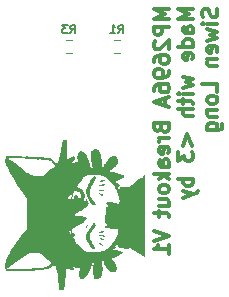
<source format=gbr>
%TF.GenerationSoftware,KiCad,Pcbnew,9.0.6*%
%TF.CreationDate,2025-12-26T02:16:26-08:00*%
%TF.ProjectId,NVG Monocular,4e564720-4d6f-46e6-9f63-756c61722e6b,rev?*%
%TF.SameCoordinates,Original*%
%TF.FileFunction,Legend,Bot*%
%TF.FilePolarity,Positive*%
%FSLAX46Y46*%
G04 Gerber Fmt 4.6, Leading zero omitted, Abs format (unit mm)*
G04 Created by KiCad (PCBNEW 9.0.6) date 2025-12-26 02:16:26*
%MOMM*%
%LPD*%
G01*
G04 APERTURE LIST*
%ADD10C,0.300000*%
%ADD11C,0.150000*%
%ADD12C,0.000000*%
%ADD13C,0.120000*%
G04 APERTURE END LIST*
D10*
X152739718Y-77499748D02*
X151469718Y-77499748D01*
X151469718Y-77499748D02*
X152376861Y-77923082D01*
X152376861Y-77923082D02*
X151469718Y-78346415D01*
X151469718Y-78346415D02*
X152739718Y-78346415D01*
X152739718Y-78951177D02*
X151469718Y-78951177D01*
X151469718Y-78951177D02*
X151469718Y-79434987D01*
X151469718Y-79434987D02*
X151530194Y-79555939D01*
X151530194Y-79555939D02*
X151590670Y-79616416D01*
X151590670Y-79616416D02*
X151711622Y-79676892D01*
X151711622Y-79676892D02*
X151893051Y-79676892D01*
X151893051Y-79676892D02*
X152014003Y-79616416D01*
X152014003Y-79616416D02*
X152074480Y-79555939D01*
X152074480Y-79555939D02*
X152134956Y-79434987D01*
X152134956Y-79434987D02*
X152134956Y-78951177D01*
X151590670Y-80160701D02*
X151530194Y-80221177D01*
X151530194Y-80221177D02*
X151469718Y-80342130D01*
X151469718Y-80342130D02*
X151469718Y-80644511D01*
X151469718Y-80644511D02*
X151530194Y-80765463D01*
X151530194Y-80765463D02*
X151590670Y-80825939D01*
X151590670Y-80825939D02*
X151711622Y-80886416D01*
X151711622Y-80886416D02*
X151832575Y-80886416D01*
X151832575Y-80886416D02*
X152014003Y-80825939D01*
X152014003Y-80825939D02*
X152739718Y-80100225D01*
X152739718Y-80100225D02*
X152739718Y-80886416D01*
X151469718Y-81974987D02*
X151469718Y-81733082D01*
X151469718Y-81733082D02*
X151530194Y-81612130D01*
X151530194Y-81612130D02*
X151590670Y-81551654D01*
X151590670Y-81551654D02*
X151772099Y-81430701D01*
X151772099Y-81430701D02*
X152014003Y-81370225D01*
X152014003Y-81370225D02*
X152497813Y-81370225D01*
X152497813Y-81370225D02*
X152618765Y-81430701D01*
X152618765Y-81430701D02*
X152679242Y-81491178D01*
X152679242Y-81491178D02*
X152739718Y-81612130D01*
X152739718Y-81612130D02*
X152739718Y-81854035D01*
X152739718Y-81854035D02*
X152679242Y-81974987D01*
X152679242Y-81974987D02*
X152618765Y-82035463D01*
X152618765Y-82035463D02*
X152497813Y-82095940D01*
X152497813Y-82095940D02*
X152195432Y-82095940D01*
X152195432Y-82095940D02*
X152074480Y-82035463D01*
X152074480Y-82035463D02*
X152014003Y-81974987D01*
X152014003Y-81974987D02*
X151953527Y-81854035D01*
X151953527Y-81854035D02*
X151953527Y-81612130D01*
X151953527Y-81612130D02*
X152014003Y-81491178D01*
X152014003Y-81491178D02*
X152074480Y-81430701D01*
X152074480Y-81430701D02*
X152195432Y-81370225D01*
X152739718Y-82700702D02*
X152739718Y-82942606D01*
X152739718Y-82942606D02*
X152679242Y-83063559D01*
X152679242Y-83063559D02*
X152618765Y-83124035D01*
X152618765Y-83124035D02*
X152437337Y-83244987D01*
X152437337Y-83244987D02*
X152195432Y-83305464D01*
X152195432Y-83305464D02*
X151711622Y-83305464D01*
X151711622Y-83305464D02*
X151590670Y-83244987D01*
X151590670Y-83244987D02*
X151530194Y-83184511D01*
X151530194Y-83184511D02*
X151469718Y-83063559D01*
X151469718Y-83063559D02*
X151469718Y-82821654D01*
X151469718Y-82821654D02*
X151530194Y-82700702D01*
X151530194Y-82700702D02*
X151590670Y-82640225D01*
X151590670Y-82640225D02*
X151711622Y-82579749D01*
X151711622Y-82579749D02*
X152014003Y-82579749D01*
X152014003Y-82579749D02*
X152134956Y-82640225D01*
X152134956Y-82640225D02*
X152195432Y-82700702D01*
X152195432Y-82700702D02*
X152255908Y-82821654D01*
X152255908Y-82821654D02*
X152255908Y-83063559D01*
X152255908Y-83063559D02*
X152195432Y-83184511D01*
X152195432Y-83184511D02*
X152134956Y-83244987D01*
X152134956Y-83244987D02*
X152014003Y-83305464D01*
X151469718Y-84394035D02*
X151469718Y-84152130D01*
X151469718Y-84152130D02*
X151530194Y-84031178D01*
X151530194Y-84031178D02*
X151590670Y-83970702D01*
X151590670Y-83970702D02*
X151772099Y-83849749D01*
X151772099Y-83849749D02*
X152014003Y-83789273D01*
X152014003Y-83789273D02*
X152497813Y-83789273D01*
X152497813Y-83789273D02*
X152618765Y-83849749D01*
X152618765Y-83849749D02*
X152679242Y-83910226D01*
X152679242Y-83910226D02*
X152739718Y-84031178D01*
X152739718Y-84031178D02*
X152739718Y-84273083D01*
X152739718Y-84273083D02*
X152679242Y-84394035D01*
X152679242Y-84394035D02*
X152618765Y-84454511D01*
X152618765Y-84454511D02*
X152497813Y-84514988D01*
X152497813Y-84514988D02*
X152195432Y-84514988D01*
X152195432Y-84514988D02*
X152074480Y-84454511D01*
X152074480Y-84454511D02*
X152014003Y-84394035D01*
X152014003Y-84394035D02*
X151953527Y-84273083D01*
X151953527Y-84273083D02*
X151953527Y-84031178D01*
X151953527Y-84031178D02*
X152014003Y-83910226D01*
X152014003Y-83910226D02*
X152074480Y-83849749D01*
X152074480Y-83849749D02*
X152195432Y-83789273D01*
X152376861Y-84998797D02*
X152376861Y-85603559D01*
X152739718Y-84877845D02*
X151469718Y-85301178D01*
X151469718Y-85301178D02*
X152739718Y-85724512D01*
X152074480Y-87538797D02*
X152134956Y-87720225D01*
X152134956Y-87720225D02*
X152195432Y-87780702D01*
X152195432Y-87780702D02*
X152316384Y-87841178D01*
X152316384Y-87841178D02*
X152497813Y-87841178D01*
X152497813Y-87841178D02*
X152618765Y-87780702D01*
X152618765Y-87780702D02*
X152679242Y-87720225D01*
X152679242Y-87720225D02*
X152739718Y-87599273D01*
X152739718Y-87599273D02*
X152739718Y-87115463D01*
X152739718Y-87115463D02*
X151469718Y-87115463D01*
X151469718Y-87115463D02*
X151469718Y-87538797D01*
X151469718Y-87538797D02*
X151530194Y-87659749D01*
X151530194Y-87659749D02*
X151590670Y-87720225D01*
X151590670Y-87720225D02*
X151711622Y-87780702D01*
X151711622Y-87780702D02*
X151832575Y-87780702D01*
X151832575Y-87780702D02*
X151953527Y-87720225D01*
X151953527Y-87720225D02*
X152014003Y-87659749D01*
X152014003Y-87659749D02*
X152074480Y-87538797D01*
X152074480Y-87538797D02*
X152074480Y-87115463D01*
X152739718Y-88385463D02*
X151893051Y-88385463D01*
X152134956Y-88385463D02*
X152014003Y-88445940D01*
X152014003Y-88445940D02*
X151953527Y-88506416D01*
X151953527Y-88506416D02*
X151893051Y-88627368D01*
X151893051Y-88627368D02*
X151893051Y-88748321D01*
X152679242Y-89655463D02*
X152739718Y-89534511D01*
X152739718Y-89534511D02*
X152739718Y-89292606D01*
X152739718Y-89292606D02*
X152679242Y-89171653D01*
X152679242Y-89171653D02*
X152558289Y-89111177D01*
X152558289Y-89111177D02*
X152074480Y-89111177D01*
X152074480Y-89111177D02*
X151953527Y-89171653D01*
X151953527Y-89171653D02*
X151893051Y-89292606D01*
X151893051Y-89292606D02*
X151893051Y-89534511D01*
X151893051Y-89534511D02*
X151953527Y-89655463D01*
X151953527Y-89655463D02*
X152074480Y-89715939D01*
X152074480Y-89715939D02*
X152195432Y-89715939D01*
X152195432Y-89715939D02*
X152316384Y-89111177D01*
X152739718Y-90804510D02*
X152074480Y-90804510D01*
X152074480Y-90804510D02*
X151953527Y-90744034D01*
X151953527Y-90744034D02*
X151893051Y-90623082D01*
X151893051Y-90623082D02*
X151893051Y-90381177D01*
X151893051Y-90381177D02*
X151953527Y-90260224D01*
X152679242Y-90804510D02*
X152739718Y-90683558D01*
X152739718Y-90683558D02*
X152739718Y-90381177D01*
X152739718Y-90381177D02*
X152679242Y-90260224D01*
X152679242Y-90260224D02*
X152558289Y-90199748D01*
X152558289Y-90199748D02*
X152437337Y-90199748D01*
X152437337Y-90199748D02*
X152316384Y-90260224D01*
X152316384Y-90260224D02*
X152255908Y-90381177D01*
X152255908Y-90381177D02*
X152255908Y-90683558D01*
X152255908Y-90683558D02*
X152195432Y-90804510D01*
X152739718Y-91409272D02*
X151469718Y-91409272D01*
X152255908Y-91530225D02*
X152739718Y-91893082D01*
X151893051Y-91893082D02*
X152376861Y-91409272D01*
X152739718Y-92618796D02*
X152679242Y-92497844D01*
X152679242Y-92497844D02*
X152618765Y-92437367D01*
X152618765Y-92437367D02*
X152497813Y-92376891D01*
X152497813Y-92376891D02*
X152134956Y-92376891D01*
X152134956Y-92376891D02*
X152014003Y-92437367D01*
X152014003Y-92437367D02*
X151953527Y-92497844D01*
X151953527Y-92497844D02*
X151893051Y-92618796D01*
X151893051Y-92618796D02*
X151893051Y-92800225D01*
X151893051Y-92800225D02*
X151953527Y-92921177D01*
X151953527Y-92921177D02*
X152014003Y-92981653D01*
X152014003Y-92981653D02*
X152134956Y-93042129D01*
X152134956Y-93042129D02*
X152497813Y-93042129D01*
X152497813Y-93042129D02*
X152618765Y-92981653D01*
X152618765Y-92981653D02*
X152679242Y-92921177D01*
X152679242Y-92921177D02*
X152739718Y-92800225D01*
X152739718Y-92800225D02*
X152739718Y-92618796D01*
X151893051Y-94130701D02*
X152739718Y-94130701D01*
X151893051Y-93586415D02*
X152558289Y-93586415D01*
X152558289Y-93586415D02*
X152679242Y-93646892D01*
X152679242Y-93646892D02*
X152739718Y-93767844D01*
X152739718Y-93767844D02*
X152739718Y-93949273D01*
X152739718Y-93949273D02*
X152679242Y-94070225D01*
X152679242Y-94070225D02*
X152618765Y-94130701D01*
X151893051Y-94554035D02*
X151893051Y-95037844D01*
X151469718Y-94735463D02*
X152558289Y-94735463D01*
X152558289Y-94735463D02*
X152679242Y-94795940D01*
X152679242Y-94795940D02*
X152739718Y-94916892D01*
X152739718Y-94916892D02*
X152739718Y-95037844D01*
X151469718Y-96247368D02*
X152739718Y-96670701D01*
X152739718Y-96670701D02*
X151469718Y-97094035D01*
X152739718Y-98182606D02*
X152739718Y-97456891D01*
X152739718Y-97819748D02*
X151469718Y-97819748D01*
X151469718Y-97819748D02*
X151651146Y-97698796D01*
X151651146Y-97698796D02*
X151772099Y-97577844D01*
X151772099Y-97577844D02*
X151832575Y-97456891D01*
X154784347Y-77499748D02*
X153514347Y-77499748D01*
X153514347Y-77499748D02*
X154421490Y-77923082D01*
X154421490Y-77923082D02*
X153514347Y-78346415D01*
X153514347Y-78346415D02*
X154784347Y-78346415D01*
X154784347Y-79495463D02*
X154119109Y-79495463D01*
X154119109Y-79495463D02*
X153998156Y-79434987D01*
X153998156Y-79434987D02*
X153937680Y-79314035D01*
X153937680Y-79314035D02*
X153937680Y-79072130D01*
X153937680Y-79072130D02*
X153998156Y-78951177D01*
X154723871Y-79495463D02*
X154784347Y-79374511D01*
X154784347Y-79374511D02*
X154784347Y-79072130D01*
X154784347Y-79072130D02*
X154723871Y-78951177D01*
X154723871Y-78951177D02*
X154602918Y-78890701D01*
X154602918Y-78890701D02*
X154481966Y-78890701D01*
X154481966Y-78890701D02*
X154361013Y-78951177D01*
X154361013Y-78951177D02*
X154300537Y-79072130D01*
X154300537Y-79072130D02*
X154300537Y-79374511D01*
X154300537Y-79374511D02*
X154240061Y-79495463D01*
X154784347Y-80644511D02*
X153514347Y-80644511D01*
X154723871Y-80644511D02*
X154784347Y-80523559D01*
X154784347Y-80523559D02*
X154784347Y-80281654D01*
X154784347Y-80281654D02*
X154723871Y-80160702D01*
X154723871Y-80160702D02*
X154663394Y-80100225D01*
X154663394Y-80100225D02*
X154542442Y-80039749D01*
X154542442Y-80039749D02*
X154179585Y-80039749D01*
X154179585Y-80039749D02*
X154058632Y-80100225D01*
X154058632Y-80100225D02*
X153998156Y-80160702D01*
X153998156Y-80160702D02*
X153937680Y-80281654D01*
X153937680Y-80281654D02*
X153937680Y-80523559D01*
X153937680Y-80523559D02*
X153998156Y-80644511D01*
X154723871Y-81733083D02*
X154784347Y-81612131D01*
X154784347Y-81612131D02*
X154784347Y-81370226D01*
X154784347Y-81370226D02*
X154723871Y-81249273D01*
X154723871Y-81249273D02*
X154602918Y-81188797D01*
X154602918Y-81188797D02*
X154119109Y-81188797D01*
X154119109Y-81188797D02*
X153998156Y-81249273D01*
X153998156Y-81249273D02*
X153937680Y-81370226D01*
X153937680Y-81370226D02*
X153937680Y-81612131D01*
X153937680Y-81612131D02*
X153998156Y-81733083D01*
X153998156Y-81733083D02*
X154119109Y-81793559D01*
X154119109Y-81793559D02*
X154240061Y-81793559D01*
X154240061Y-81793559D02*
X154361013Y-81188797D01*
X153937680Y-83184511D02*
X154784347Y-83426416D01*
X154784347Y-83426416D02*
X154179585Y-83668321D01*
X154179585Y-83668321D02*
X154784347Y-83910225D01*
X154784347Y-83910225D02*
X153937680Y-84152130D01*
X154784347Y-84635939D02*
X153937680Y-84635939D01*
X153514347Y-84635939D02*
X153574823Y-84575463D01*
X153574823Y-84575463D02*
X153635299Y-84635939D01*
X153635299Y-84635939D02*
X153574823Y-84696416D01*
X153574823Y-84696416D02*
X153514347Y-84635939D01*
X153514347Y-84635939D02*
X153635299Y-84635939D01*
X153937680Y-85059273D02*
X153937680Y-85543082D01*
X153514347Y-85240701D02*
X154602918Y-85240701D01*
X154602918Y-85240701D02*
X154723871Y-85301178D01*
X154723871Y-85301178D02*
X154784347Y-85422130D01*
X154784347Y-85422130D02*
X154784347Y-85543082D01*
X154784347Y-85966415D02*
X153514347Y-85966415D01*
X154784347Y-86510701D02*
X154119109Y-86510701D01*
X154119109Y-86510701D02*
X153998156Y-86450225D01*
X153998156Y-86450225D02*
X153937680Y-86329273D01*
X153937680Y-86329273D02*
X153937680Y-86147844D01*
X153937680Y-86147844D02*
X153998156Y-86026892D01*
X153998156Y-86026892D02*
X154058632Y-85966415D01*
X153937680Y-89050702D02*
X154300537Y-88083082D01*
X154300537Y-88083082D02*
X154663394Y-89050702D01*
X153514347Y-89534511D02*
X153514347Y-90320702D01*
X153514347Y-90320702D02*
X153998156Y-89897368D01*
X153998156Y-89897368D02*
X153998156Y-90078797D01*
X153998156Y-90078797D02*
X154058632Y-90199749D01*
X154058632Y-90199749D02*
X154119109Y-90260225D01*
X154119109Y-90260225D02*
X154240061Y-90320702D01*
X154240061Y-90320702D02*
X154542442Y-90320702D01*
X154542442Y-90320702D02*
X154663394Y-90260225D01*
X154663394Y-90260225D02*
X154723871Y-90199749D01*
X154723871Y-90199749D02*
X154784347Y-90078797D01*
X154784347Y-90078797D02*
X154784347Y-89715940D01*
X154784347Y-89715940D02*
X154723871Y-89594987D01*
X154723871Y-89594987D02*
X154663394Y-89534511D01*
X154784347Y-91832606D02*
X153514347Y-91832606D01*
X153998156Y-91832606D02*
X153937680Y-91953559D01*
X153937680Y-91953559D02*
X153937680Y-92195464D01*
X153937680Y-92195464D02*
X153998156Y-92316416D01*
X153998156Y-92316416D02*
X154058632Y-92376892D01*
X154058632Y-92376892D02*
X154179585Y-92437368D01*
X154179585Y-92437368D02*
X154542442Y-92437368D01*
X154542442Y-92437368D02*
X154663394Y-92376892D01*
X154663394Y-92376892D02*
X154723871Y-92316416D01*
X154723871Y-92316416D02*
X154784347Y-92195464D01*
X154784347Y-92195464D02*
X154784347Y-91953559D01*
X154784347Y-91953559D02*
X154723871Y-91832606D01*
X153937680Y-92860702D02*
X154784347Y-93163083D01*
X153937680Y-93465464D02*
X154784347Y-93163083D01*
X154784347Y-93163083D02*
X155086728Y-93042131D01*
X155086728Y-93042131D02*
X155147204Y-92981654D01*
X155147204Y-92981654D02*
X155207680Y-92860702D01*
X156768500Y-77439272D02*
X156828976Y-77620701D01*
X156828976Y-77620701D02*
X156828976Y-77923082D01*
X156828976Y-77923082D02*
X156768500Y-78044034D01*
X156768500Y-78044034D02*
X156708023Y-78104510D01*
X156708023Y-78104510D02*
X156587071Y-78164987D01*
X156587071Y-78164987D02*
X156466119Y-78164987D01*
X156466119Y-78164987D02*
X156345166Y-78104510D01*
X156345166Y-78104510D02*
X156284690Y-78044034D01*
X156284690Y-78044034D02*
X156224214Y-77923082D01*
X156224214Y-77923082D02*
X156163738Y-77681177D01*
X156163738Y-77681177D02*
X156103261Y-77560225D01*
X156103261Y-77560225D02*
X156042785Y-77499748D01*
X156042785Y-77499748D02*
X155921833Y-77439272D01*
X155921833Y-77439272D02*
X155800880Y-77439272D01*
X155800880Y-77439272D02*
X155679928Y-77499748D01*
X155679928Y-77499748D02*
X155619452Y-77560225D01*
X155619452Y-77560225D02*
X155558976Y-77681177D01*
X155558976Y-77681177D02*
X155558976Y-77983558D01*
X155558976Y-77983558D02*
X155619452Y-78164987D01*
X156828976Y-78709272D02*
X155982309Y-78709272D01*
X155558976Y-78709272D02*
X155619452Y-78648796D01*
X155619452Y-78648796D02*
X155679928Y-78709272D01*
X155679928Y-78709272D02*
X155619452Y-78769749D01*
X155619452Y-78769749D02*
X155558976Y-78709272D01*
X155558976Y-78709272D02*
X155679928Y-78709272D01*
X155982309Y-79193082D02*
X156828976Y-79434987D01*
X156828976Y-79434987D02*
X156224214Y-79676892D01*
X156224214Y-79676892D02*
X156828976Y-79918796D01*
X156828976Y-79918796D02*
X155982309Y-80160701D01*
X156768500Y-81128320D02*
X156828976Y-81007368D01*
X156828976Y-81007368D02*
X156828976Y-80765463D01*
X156828976Y-80765463D02*
X156768500Y-80644510D01*
X156768500Y-80644510D02*
X156647547Y-80584034D01*
X156647547Y-80584034D02*
X156163738Y-80584034D01*
X156163738Y-80584034D02*
X156042785Y-80644510D01*
X156042785Y-80644510D02*
X155982309Y-80765463D01*
X155982309Y-80765463D02*
X155982309Y-81007368D01*
X155982309Y-81007368D02*
X156042785Y-81128320D01*
X156042785Y-81128320D02*
X156163738Y-81188796D01*
X156163738Y-81188796D02*
X156284690Y-81188796D01*
X156284690Y-81188796D02*
X156405642Y-80584034D01*
X155982309Y-81733081D02*
X156828976Y-81733081D01*
X156103261Y-81733081D02*
X156042785Y-81793558D01*
X156042785Y-81793558D02*
X155982309Y-81914510D01*
X155982309Y-81914510D02*
X155982309Y-82095939D01*
X155982309Y-82095939D02*
X156042785Y-82216891D01*
X156042785Y-82216891D02*
X156163738Y-82277367D01*
X156163738Y-82277367D02*
X156828976Y-82277367D01*
X156828976Y-84454510D02*
X156828976Y-83849748D01*
X156828976Y-83849748D02*
X155558976Y-83849748D01*
X156828976Y-85059272D02*
X156768500Y-84938320D01*
X156768500Y-84938320D02*
X156708023Y-84877843D01*
X156708023Y-84877843D02*
X156587071Y-84817367D01*
X156587071Y-84817367D02*
X156224214Y-84817367D01*
X156224214Y-84817367D02*
X156103261Y-84877843D01*
X156103261Y-84877843D02*
X156042785Y-84938320D01*
X156042785Y-84938320D02*
X155982309Y-85059272D01*
X155982309Y-85059272D02*
X155982309Y-85240701D01*
X155982309Y-85240701D02*
X156042785Y-85361653D01*
X156042785Y-85361653D02*
X156103261Y-85422129D01*
X156103261Y-85422129D02*
X156224214Y-85482605D01*
X156224214Y-85482605D02*
X156587071Y-85482605D01*
X156587071Y-85482605D02*
X156708023Y-85422129D01*
X156708023Y-85422129D02*
X156768500Y-85361653D01*
X156768500Y-85361653D02*
X156828976Y-85240701D01*
X156828976Y-85240701D02*
X156828976Y-85059272D01*
X155982309Y-86026891D02*
X156828976Y-86026891D01*
X156103261Y-86026891D02*
X156042785Y-86087368D01*
X156042785Y-86087368D02*
X155982309Y-86208320D01*
X155982309Y-86208320D02*
X155982309Y-86389749D01*
X155982309Y-86389749D02*
X156042785Y-86510701D01*
X156042785Y-86510701D02*
X156163738Y-86571177D01*
X156163738Y-86571177D02*
X156828976Y-86571177D01*
X155982309Y-87720225D02*
X157010404Y-87720225D01*
X157010404Y-87720225D02*
X157131357Y-87659749D01*
X157131357Y-87659749D02*
X157191833Y-87599273D01*
X157191833Y-87599273D02*
X157252309Y-87478320D01*
X157252309Y-87478320D02*
X157252309Y-87296892D01*
X157252309Y-87296892D02*
X157191833Y-87175939D01*
X156768500Y-87720225D02*
X156828976Y-87599273D01*
X156828976Y-87599273D02*
X156828976Y-87357368D01*
X156828976Y-87357368D02*
X156768500Y-87236416D01*
X156768500Y-87236416D02*
X156708023Y-87175939D01*
X156708023Y-87175939D02*
X156587071Y-87115463D01*
X156587071Y-87115463D02*
X156224214Y-87115463D01*
X156224214Y-87115463D02*
X156103261Y-87175939D01*
X156103261Y-87175939D02*
X156042785Y-87236416D01*
X156042785Y-87236416D02*
X155982309Y-87357368D01*
X155982309Y-87357368D02*
X155982309Y-87599273D01*
X155982309Y-87599273D02*
X156042785Y-87720225D01*
X144049757Y-93578572D02*
X143978328Y-93435715D01*
X143978328Y-93435715D02*
X143978328Y-93221429D01*
X143978328Y-93221429D02*
X144049757Y-93007143D01*
X144049757Y-93007143D02*
X144192614Y-92864286D01*
X144192614Y-92864286D02*
X144335471Y-92792857D01*
X144335471Y-92792857D02*
X144621185Y-92721429D01*
X144621185Y-92721429D02*
X144835471Y-92721429D01*
X144835471Y-92721429D02*
X145121185Y-92792857D01*
X145121185Y-92792857D02*
X145264042Y-92864286D01*
X145264042Y-92864286D02*
X145406900Y-93007143D01*
X145406900Y-93007143D02*
X145478328Y-93221429D01*
X145478328Y-93221429D02*
X145478328Y-93364286D01*
X145478328Y-93364286D02*
X145406900Y-93578572D01*
X145406900Y-93578572D02*
X145335471Y-93650000D01*
X145335471Y-93650000D02*
X144835471Y-93650000D01*
X144835471Y-93650000D02*
X144835471Y-93364286D01*
X143978328Y-94507143D02*
X144335471Y-94507143D01*
X144192614Y-94150000D02*
X144335471Y-94507143D01*
X144335471Y-94507143D02*
X144192614Y-94864286D01*
X144621185Y-94292857D02*
X144335471Y-94507143D01*
X144335471Y-94507143D02*
X144621185Y-94721429D01*
X143978328Y-95650000D02*
X144335471Y-95650000D01*
X144192614Y-95292857D02*
X144335471Y-95650000D01*
X144335471Y-95650000D02*
X144192614Y-96007143D01*
X144621185Y-95435714D02*
X144335471Y-95650000D01*
X144335471Y-95650000D02*
X144621185Y-95864286D01*
X143978328Y-96792857D02*
X144335471Y-96792857D01*
X144192614Y-96435714D02*
X144335471Y-96792857D01*
X144335471Y-96792857D02*
X144192614Y-97150000D01*
X144621185Y-96578571D02*
X144335471Y-96792857D01*
X144335471Y-96792857D02*
X144621185Y-97007143D01*
D11*
X144388666Y-79531033D02*
X144621999Y-79197700D01*
X144788666Y-79531033D02*
X144788666Y-78831033D01*
X144788666Y-78831033D02*
X144521999Y-78831033D01*
X144521999Y-78831033D02*
X144455333Y-78864366D01*
X144455333Y-78864366D02*
X144421999Y-78897700D01*
X144421999Y-78897700D02*
X144388666Y-78964366D01*
X144388666Y-78964366D02*
X144388666Y-79064366D01*
X144388666Y-79064366D02*
X144421999Y-79131033D01*
X144421999Y-79131033D02*
X144455333Y-79164366D01*
X144455333Y-79164366D02*
X144521999Y-79197700D01*
X144521999Y-79197700D02*
X144788666Y-79197700D01*
X144155333Y-78831033D02*
X143721999Y-78831033D01*
X143721999Y-78831033D02*
X143955333Y-79097700D01*
X143955333Y-79097700D02*
X143855333Y-79097700D01*
X143855333Y-79097700D02*
X143788666Y-79131033D01*
X143788666Y-79131033D02*
X143755333Y-79164366D01*
X143755333Y-79164366D02*
X143721999Y-79231033D01*
X143721999Y-79231033D02*
X143721999Y-79397700D01*
X143721999Y-79397700D02*
X143755333Y-79464366D01*
X143755333Y-79464366D02*
X143788666Y-79497700D01*
X143788666Y-79497700D02*
X143855333Y-79531033D01*
X143855333Y-79531033D02*
X144055333Y-79531033D01*
X144055333Y-79531033D02*
X144121999Y-79497700D01*
X144121999Y-79497700D02*
X144155333Y-79464366D01*
X148452666Y-79531033D02*
X148685999Y-79197700D01*
X148852666Y-79531033D02*
X148852666Y-78831033D01*
X148852666Y-78831033D02*
X148585999Y-78831033D01*
X148585999Y-78831033D02*
X148519333Y-78864366D01*
X148519333Y-78864366D02*
X148485999Y-78897700D01*
X148485999Y-78897700D02*
X148452666Y-78964366D01*
X148452666Y-78964366D02*
X148452666Y-79064366D01*
X148452666Y-79064366D02*
X148485999Y-79131033D01*
X148485999Y-79131033D02*
X148519333Y-79164366D01*
X148519333Y-79164366D02*
X148585999Y-79197700D01*
X148585999Y-79197700D02*
X148852666Y-79197700D01*
X147785999Y-79531033D02*
X148185999Y-79531033D01*
X147985999Y-79531033D02*
X147985999Y-78831033D01*
X147985999Y-78831033D02*
X148052666Y-78931033D01*
X148052666Y-78931033D02*
X148119333Y-78997700D01*
X148119333Y-78997700D02*
X148185999Y-79031033D01*
D12*
%TO.C,G\u002A\u002A\u002A*%
G36*
X150693625Y-88551783D02*
G01*
X150697016Y-88566472D01*
X150693395Y-88569429D01*
X150664072Y-88566472D01*
X150660207Y-88559040D01*
X150680544Y-88550000D01*
X150693625Y-88551783D01*
G37*
G36*
X144100480Y-88667363D02*
G01*
X144105564Y-88719222D01*
X144110416Y-88814685D01*
X144114539Y-88944193D01*
X144117731Y-89099850D01*
X144119793Y-89273762D01*
X144120525Y-89458031D01*
X144120525Y-90131335D01*
X144175333Y-90131329D01*
X144190189Y-90129370D01*
X144250731Y-90110780D01*
X144335957Y-90076759D01*
X144432388Y-90032490D01*
X144476065Y-90011498D01*
X144563723Y-89971600D01*
X144631038Y-89943979D01*
X144666135Y-89933657D01*
X144715601Y-89953972D01*
X144757650Y-90004254D01*
X144775070Y-90065140D01*
X144771386Y-90081801D01*
X144743724Y-90138971D01*
X144694940Y-90218295D01*
X144632164Y-90309195D01*
X144562525Y-90401093D01*
X144493152Y-90483414D01*
X144468583Y-90512659D01*
X144454085Y-90535817D01*
X144456853Y-90538952D01*
X144491145Y-90538399D01*
X144532246Y-90530542D01*
X144553928Y-90526397D01*
X144631668Y-90506308D01*
X144710836Y-90481497D01*
X144777899Y-90455327D01*
X144809100Y-90441680D01*
X144887959Y-90411247D01*
X144948248Y-90393216D01*
X144994197Y-90379070D01*
X145054844Y-90347764D01*
X145060403Y-90343660D01*
X145084017Y-90319939D01*
X145079356Y-90292849D01*
X145044716Y-90245114D01*
X145027968Y-90222104D01*
X145008076Y-90182021D01*
X144996893Y-90129710D01*
X144992295Y-90052793D01*
X144992156Y-89938893D01*
X144992218Y-89933220D01*
X144998511Y-89794184D01*
X145016530Y-89694613D01*
X145050701Y-89625394D01*
X145105453Y-89577414D01*
X145185214Y-89541559D01*
X145226768Y-89530331D01*
X145347681Y-89530070D01*
X145471135Y-89571965D01*
X145590158Y-89651769D01*
X145697776Y-89765234D01*
X145787017Y-89908114D01*
X145815020Y-89964307D01*
X145869115Y-90072598D01*
X145917102Y-90168385D01*
X145936481Y-90210175D01*
X145979145Y-90321466D01*
X146010338Y-90427821D01*
X146023279Y-90481889D01*
X146045372Y-90566208D01*
X146063267Y-90625486D01*
X146070240Y-90648992D01*
X146086245Y-90724418D01*
X146098976Y-90810797D01*
X146104952Y-90853991D01*
X146119030Y-90920212D01*
X146133583Y-90955441D01*
X146162669Y-90964357D01*
X146219201Y-90963425D01*
X146282955Y-90953903D01*
X146335053Y-90938721D01*
X146356614Y-90920812D01*
X146355631Y-90916209D01*
X146332626Y-90881158D01*
X146288667Y-90833379D01*
X146272946Y-90817734D01*
X146247141Y-90788134D01*
X146251604Y-90784421D01*
X146258357Y-90787931D01*
X146274288Y-90791350D01*
X146279481Y-90776525D01*
X146272996Y-90736207D01*
X146253895Y-90663146D01*
X146221238Y-90550092D01*
X146212618Y-90519796D01*
X146185703Y-90411816D01*
X146166766Y-90314920D01*
X146159467Y-90247062D01*
X146159272Y-90237036D01*
X146150387Y-90161050D01*
X146132526Y-90103411D01*
X146120849Y-90072820D01*
X146129653Y-90024733D01*
X146134420Y-90014105D01*
X146143784Y-89960076D01*
X146150002Y-89875368D01*
X146151920Y-89773019D01*
X146152120Y-89733492D01*
X146156755Y-89629587D01*
X146166256Y-89546000D01*
X146179188Y-89497260D01*
X146212603Y-89454834D01*
X146281087Y-89400009D01*
X146359007Y-89357649D01*
X146426020Y-89340661D01*
X146457882Y-89336245D01*
X146492509Y-89315953D01*
X146507350Y-89300173D01*
X146537982Y-89296778D01*
X146557958Y-89294564D01*
X146634302Y-89329007D01*
X146737442Y-89403884D01*
X146780880Y-89440072D01*
X146845798Y-89501420D01*
X146893481Y-89563293D01*
X146930661Y-89637674D01*
X146964074Y-89736544D01*
X147000453Y-89871887D01*
X147026221Y-89990500D01*
X147053390Y-90212592D01*
X147058677Y-90462645D01*
X147042482Y-90749027D01*
X147024166Y-90959046D01*
X147086274Y-90884922D01*
X147096390Y-90872265D01*
X147143184Y-90806543D01*
X147201124Y-90717843D01*
X147259992Y-90621649D01*
X147282412Y-90585101D01*
X147365788Y-90464722D01*
X147464965Y-90338578D01*
X147571436Y-90216135D01*
X147676696Y-90106857D01*
X147772236Y-90020210D01*
X147849551Y-89965659D01*
X147929104Y-89932514D01*
X148082450Y-89910065D01*
X148117455Y-89910157D01*
X148187519Y-89917011D01*
X148236865Y-89939616D01*
X148286292Y-89985686D01*
X148301945Y-90003500D01*
X148341947Y-90061531D01*
X148357976Y-90106202D01*
X148362753Y-90132005D01*
X148393570Y-90179520D01*
X148410500Y-90200833D01*
X148415634Y-90244316D01*
X148412664Y-90261786D01*
X148430326Y-90279571D01*
X148445905Y-90288758D01*
X148433059Y-90327198D01*
X148420764Y-90360912D01*
X148420605Y-90408795D01*
X148422323Y-90418050D01*
X148414574Y-90467213D01*
X148392065Y-90533719D01*
X148361792Y-90601328D01*
X148330753Y-90653802D01*
X148305945Y-90674902D01*
X148298538Y-90676107D01*
X148294507Y-90696861D01*
X148293951Y-90707626D01*
X148267325Y-90743483D01*
X148215663Y-90788769D01*
X148192429Y-90806637D01*
X148124692Y-90861384D01*
X148073832Y-90906051D01*
X148065337Y-90913667D01*
X148012561Y-90954620D01*
X147935238Y-91009487D01*
X147846893Y-91068581D01*
X147669370Y-91183778D01*
X147814108Y-91226745D01*
X147830250Y-91231394D01*
X147932464Y-91257299D01*
X148055653Y-91284469D01*
X148176655Y-91307730D01*
X148220754Y-91315731D01*
X148314674Y-91334953D01*
X148385133Y-91352414D01*
X148419459Y-91365117D01*
X148421997Y-91366887D01*
X148465823Y-91384613D01*
X148530933Y-91400736D01*
X148593462Y-91416482D01*
X148685358Y-91445245D01*
X148782567Y-91479876D01*
X148857002Y-91509832D01*
X148916406Y-91541171D01*
X148948187Y-91573143D01*
X148963346Y-91613903D01*
X148966378Y-91630665D01*
X148961168Y-91709765D01*
X148925225Y-91765612D01*
X148865052Y-91786770D01*
X148853769Y-91788372D01*
X148799370Y-91805729D01*
X148716899Y-91838292D01*
X148616900Y-91881216D01*
X148509917Y-91929658D01*
X148406495Y-91978772D01*
X148317179Y-92023715D01*
X148252514Y-92059642D01*
X148223044Y-92081710D01*
X148220522Y-92093376D01*
X148247179Y-92129906D01*
X148318450Y-92176807D01*
X148432101Y-92232467D01*
X148471212Y-92250276D01*
X148549986Y-92291910D01*
X148591919Y-92326989D01*
X148604679Y-92361235D01*
X148600600Y-92373748D01*
X148569925Y-92413755D01*
X148522139Y-92459376D01*
X148472802Y-92494848D01*
X148454437Y-92509163D01*
X148447500Y-92534878D01*
X148455882Y-92582512D01*
X148480114Y-92664416D01*
X148480457Y-92665509D01*
X148503940Y-92731878D01*
X148521257Y-92765110D01*
X148528679Y-92758024D01*
X148534793Y-92723147D01*
X148555641Y-92688618D01*
X148568874Y-92673022D01*
X148580350Y-92625959D01*
X148588362Y-92588442D01*
X148634908Y-92541541D01*
X148717497Y-92516856D01*
X148829847Y-92517127D01*
X148861464Y-92520586D01*
X149017536Y-92537671D01*
X149133018Y-92549576D01*
X149215229Y-92556050D01*
X149271486Y-92556843D01*
X149309110Y-92551705D01*
X149335418Y-92540385D01*
X149357730Y-92522634D01*
X149383365Y-92498202D01*
X149419235Y-92466375D01*
X149491487Y-92405571D01*
X149582224Y-92331426D01*
X149679863Y-92253502D01*
X149756505Y-92192067D01*
X149846120Y-92117601D01*
X149918214Y-92054768D01*
X149961958Y-92012808D01*
X149969760Y-92004385D01*
X150011500Y-91963621D01*
X150036083Y-91946660D01*
X150046700Y-91942523D01*
X150089773Y-91917863D01*
X150150838Y-91878511D01*
X150189506Y-91854722D01*
X150286312Y-91804904D01*
X150383747Y-91764394D01*
X150458401Y-91733817D01*
X150517440Y-91692830D01*
X150555185Y-91637306D01*
X150558261Y-91631211D01*
X150601341Y-91572112D01*
X150643482Y-91541258D01*
X150649659Y-91536736D01*
X150705252Y-91516572D01*
X150705252Y-95011982D01*
X150705194Y-95350091D01*
X150704972Y-95750399D01*
X150704593Y-96134665D01*
X150704067Y-96500107D01*
X150703403Y-96843946D01*
X150702612Y-97163398D01*
X150701703Y-97455684D01*
X150700686Y-97718021D01*
X150699571Y-97947630D01*
X150698368Y-98141728D01*
X150697086Y-98297534D01*
X150695736Y-98412268D01*
X150694328Y-98483148D01*
X150692871Y-98507392D01*
X150680673Y-98499861D01*
X150641609Y-98465498D01*
X150587861Y-98412736D01*
X150545075Y-98373928D01*
X150453371Y-98306334D01*
X150359338Y-98251330D01*
X150351000Y-98247172D01*
X150259608Y-98196702D01*
X150152471Y-98131241D01*
X150051061Y-98063847D01*
X150019835Y-98042384D01*
X149943997Y-97993910D01*
X149887092Y-97962773D01*
X149859573Y-97954921D01*
X149854629Y-97957186D01*
X149840466Y-97943605D01*
X149828226Y-97928626D01*
X149781117Y-97898980D01*
X149710748Y-97865349D01*
X149661572Y-97842888D01*
X149571840Y-97795465D01*
X149502248Y-97751021D01*
X149484101Y-97738226D01*
X149435767Y-97713225D01*
X149409764Y-97713996D01*
X149401473Y-97719226D01*
X149353218Y-97731511D01*
X149273118Y-97743709D01*
X149173074Y-97753815D01*
X149103897Y-97758658D01*
X149007535Y-97761265D01*
X148946420Y-97755089D01*
X148911757Y-97739652D01*
X148890399Y-97728344D01*
X148825700Y-97711826D01*
X148744169Y-97703438D01*
X148697077Y-97700384D01*
X148573430Y-97671964D01*
X148489307Y-97614410D01*
X148443782Y-97526838D01*
X148435929Y-97408360D01*
X148438272Y-97374478D01*
X148440045Y-97318715D01*
X148437377Y-97296692D01*
X148436167Y-97297240D01*
X148411530Y-97318961D01*
X148363179Y-97366011D01*
X148300107Y-97429678D01*
X148249580Y-97482904D01*
X148207054Y-97534885D01*
X148194028Y-97566579D01*
X148206105Y-97585267D01*
X148223312Y-97599223D01*
X148228296Y-97627455D01*
X148207301Y-97679775D01*
X148178706Y-97722521D01*
X148125228Y-97760038D01*
X148036770Y-97792751D01*
X147900875Y-97833821D01*
X148062075Y-97835502D01*
X148202930Y-97848305D01*
X148395636Y-97897746D01*
X148492591Y-97930902D01*
X148597272Y-97965045D01*
X148679182Y-97990065D01*
X148688834Y-97992840D01*
X148770479Y-98019752D01*
X148809426Y-98044000D01*
X148810990Y-98071856D01*
X148780486Y-98109591D01*
X148744974Y-98155332D01*
X148728599Y-98199011D01*
X148728585Y-98200372D01*
X148714317Y-98224872D01*
X148666828Y-98221041D01*
X148647646Y-98216821D01*
X148613356Y-98220869D01*
X148605058Y-98256857D01*
X148598714Y-98288832D01*
X148569644Y-98294587D01*
X148555624Y-98293370D01*
X148504047Y-98309143D01*
X148440368Y-98344778D01*
X148412679Y-98362826D01*
X148354675Y-98395579D01*
X148318974Y-98408560D01*
X148317932Y-98408573D01*
X148267499Y-98422209D01*
X148200812Y-98453788D01*
X148138865Y-98491971D01*
X148102651Y-98525416D01*
X148080250Y-98544636D01*
X148028527Y-98554633D01*
X147992663Y-98554839D01*
X147931399Y-98568271D01*
X147917579Y-98575398D01*
X147907809Y-98593524D01*
X147925172Y-98625557D01*
X147973568Y-98682019D01*
X147996527Y-98708887D01*
X148061597Y-98797264D01*
X148113220Y-98883079D01*
X148128071Y-98911328D01*
X148173209Y-98989070D01*
X148213123Y-99048127D01*
X148244707Y-99099430D01*
X148259296Y-99146960D01*
X148267756Y-99189490D01*
X148292341Y-99249896D01*
X148306376Y-99285706D01*
X148319624Y-99381593D01*
X148312722Y-99491498D01*
X148288569Y-99599748D01*
X148250063Y-99690673D01*
X148200102Y-99748600D01*
X148184021Y-99754617D01*
X148126320Y-99763387D01*
X148049124Y-99766899D01*
X148048933Y-99766899D01*
X147933742Y-99749203D01*
X147812177Y-99702134D01*
X147702825Y-99634889D01*
X147624272Y-99556665D01*
X147588369Y-99507329D01*
X147533150Y-99433301D01*
X147471956Y-99352543D01*
X147442156Y-99311543D01*
X147354322Y-99170899D01*
X147273321Y-99015332D01*
X147212398Y-98869492D01*
X147196509Y-98843253D01*
X147148861Y-98811464D01*
X147122958Y-98798247D01*
X147114567Y-98764394D01*
X147114009Y-98741350D01*
X147075503Y-98729766D01*
X147064700Y-98729998D01*
X147038554Y-98738506D01*
X147031564Y-98769038D01*
X147039170Y-98834776D01*
X147043387Y-98859872D01*
X147058425Y-98926086D01*
X147073083Y-98964494D01*
X147081987Y-98985382D01*
X147091476Y-99040544D01*
X147098524Y-99132346D01*
X147103778Y-99267169D01*
X147103991Y-99273109D01*
X147110353Y-99325822D01*
X147121413Y-99347470D01*
X147127540Y-99360893D01*
X147128935Y-99413112D01*
X147123935Y-99494363D01*
X147113727Y-99593514D01*
X147099503Y-99699434D01*
X147082451Y-99800991D01*
X147063760Y-99887055D01*
X147044887Y-99965010D01*
X147029599Y-100037707D01*
X147023735Y-100079312D01*
X147016590Y-100100542D01*
X146982768Y-100151736D01*
X146930528Y-100212334D01*
X146914434Y-100228790D01*
X146852460Y-100281639D01*
X146788413Y-100310067D01*
X146698631Y-100325635D01*
X146611115Y-100331974D01*
X146543157Y-100323545D01*
X146482986Y-100296477D01*
X146474206Y-100290993D01*
X146425782Y-100247469D01*
X146406031Y-100205305D01*
X146400030Y-100166722D01*
X146376596Y-100105622D01*
X146367499Y-100083709D01*
X146350693Y-100012424D01*
X146341460Y-99928112D01*
X146338755Y-99893722D01*
X146322310Y-99796280D01*
X146297750Y-99715054D01*
X146290159Y-99696536D01*
X146271651Y-99642526D01*
X146268607Y-99616221D01*
X146274209Y-99595858D01*
X146283054Y-99538220D01*
X146292190Y-99458068D01*
X146293962Y-99441543D01*
X146308517Y-99337817D01*
X146329858Y-99214064D01*
X146354035Y-99093576D01*
X146363703Y-99047233D01*
X146379357Y-98958249D01*
X146386518Y-98894389D01*
X146383685Y-98867121D01*
X146357343Y-98867391D01*
X146307855Y-98885699D01*
X146307203Y-98886030D01*
X146276156Y-98910313D01*
X146249991Y-98953969D01*
X146224333Y-99026782D01*
X146194808Y-99138535D01*
X146171065Y-99224264D01*
X146110968Y-99393116D01*
X146034088Y-99567591D01*
X145945018Y-99740177D01*
X145848351Y-99903360D01*
X145748680Y-100049629D01*
X145650596Y-100171469D01*
X145558694Y-100261369D01*
X145477566Y-100311815D01*
X145452044Y-100320351D01*
X145357499Y-100334942D01*
X145272137Y-100325249D01*
X145213559Y-100292558D01*
X145194572Y-100260004D01*
X145169104Y-100188251D01*
X145148910Y-100101070D01*
X145144822Y-100074758D01*
X145135580Y-99985469D01*
X145130142Y-99885565D01*
X145128548Y-99787018D01*
X145130841Y-99701802D01*
X145137060Y-99641891D01*
X145147248Y-99619260D01*
X145156291Y-99611253D01*
X145181047Y-99572439D01*
X145210239Y-99517371D01*
X145234570Y-99464047D01*
X145244747Y-99430467D01*
X145241698Y-99425585D01*
X145213169Y-99428425D01*
X145169918Y-99432801D01*
X145086582Y-99424829D01*
X144978117Y-99405098D01*
X144856085Y-99375757D01*
X144732052Y-99338957D01*
X144711902Y-99332472D01*
X144631070Y-99309518D01*
X144574329Y-99298387D01*
X144552918Y-99301433D01*
X144553440Y-99305882D01*
X144576626Y-99322762D01*
X144584096Y-99323635D01*
X144628586Y-99351161D01*
X144674515Y-99404642D01*
X144709326Y-99466818D01*
X144720458Y-99520428D01*
X144720097Y-99523540D01*
X144709458Y-99561703D01*
X144680091Y-99576429D01*
X144616924Y-99575776D01*
X144600763Y-99574434D01*
X144534142Y-99563323D01*
X144493383Y-99547756D01*
X144490171Y-99545516D01*
X144448188Y-99524977D01*
X144375471Y-99495071D01*
X144285617Y-99461446D01*
X144262209Y-99453145D01*
X144164071Y-99422937D01*
X144101149Y-99419048D01*
X144065028Y-99446875D01*
X144047293Y-99511814D01*
X144039528Y-99619260D01*
X144034964Y-99692580D01*
X144023306Y-99812508D01*
X144008861Y-99915758D01*
X144008516Y-99917743D01*
X143994829Y-100013266D01*
X143981698Y-100132213D01*
X143971923Y-100249319D01*
X143957958Y-100432639D01*
X143932866Y-100679676D01*
X143903110Y-100895431D01*
X143869814Y-101070865D01*
X143829000Y-101250000D01*
X143651345Y-101250000D01*
X143623610Y-101249942D01*
X143540854Y-101247629D01*
X143491971Y-101239258D01*
X143464568Y-101221189D01*
X143446254Y-101189784D01*
X143438052Y-101163143D01*
X143424673Y-101089266D01*
X143412424Y-100988540D01*
X143403191Y-100874755D01*
X143398750Y-100805028D01*
X143390814Y-100690971D01*
X143383359Y-100595289D01*
X143377547Y-100533463D01*
X143373340Y-100493895D01*
X143364871Y-100406906D01*
X143354584Y-100295806D01*
X143343850Y-100175194D01*
X143331618Y-100045733D01*
X143312846Y-99892886D01*
X143289067Y-99756805D01*
X143256786Y-99618419D01*
X143212507Y-99458657D01*
X143154995Y-99260992D01*
X143011520Y-99243055D01*
X142927767Y-99235598D01*
X142868494Y-99240325D01*
X142833195Y-99259967D01*
X142803154Y-99283088D01*
X142742898Y-99312174D01*
X142723776Y-99319568D01*
X142659907Y-99352434D01*
X142588618Y-99396700D01*
X142560792Y-99414969D01*
X142472771Y-99462339D01*
X142377002Y-99494849D01*
X142259632Y-99516352D01*
X142106809Y-99530701D01*
X142075285Y-99532964D01*
X141975237Y-99541369D01*
X141894216Y-99549939D01*
X141847373Y-99557130D01*
X141802917Y-99565239D01*
X141713191Y-99576549D01*
X141593908Y-99588453D01*
X141452947Y-99600460D01*
X141298185Y-99612081D01*
X141137501Y-99622827D01*
X140978774Y-99632207D01*
X140829883Y-99639732D01*
X140698706Y-99644912D01*
X140593122Y-99647257D01*
X140521010Y-99646279D01*
X140490247Y-99641486D01*
X140473454Y-99634515D01*
X140433726Y-99648352D01*
X140428095Y-99651162D01*
X140380489Y-99659847D01*
X140295639Y-99667390D01*
X140182896Y-99673626D01*
X140051613Y-99678388D01*
X139911140Y-99681511D01*
X139770828Y-99682828D01*
X139640029Y-99682174D01*
X139528095Y-99679383D01*
X139444376Y-99674289D01*
X139398224Y-99666726D01*
X139362642Y-99660024D01*
X139320575Y-99672770D01*
X139302190Y-99683794D01*
X139249491Y-99673727D01*
X139228294Y-99664447D01*
X139158766Y-99646426D01*
X139080438Y-99636976D01*
X139012101Y-99637692D01*
X138972548Y-99650175D01*
X138957240Y-99663183D01*
X138934990Y-99667855D01*
X138918586Y-99645057D01*
X138907304Y-99590411D01*
X138900425Y-99499536D01*
X138899849Y-99475889D01*
X139019819Y-99475889D01*
X139026513Y-99482903D01*
X139044191Y-99488011D01*
X139077119Y-99491242D01*
X139129566Y-99492628D01*
X139205797Y-99492200D01*
X139310081Y-99489989D01*
X139446686Y-99486026D01*
X139619877Y-99480342D01*
X139833924Y-99472968D01*
X140093093Y-99463936D01*
X140208460Y-99460136D01*
X140382003Y-99454868D01*
X140582904Y-99449128D01*
X140799154Y-99443249D01*
X141018745Y-99437564D01*
X141229669Y-99432406D01*
X141428941Y-99427423D01*
X141600659Y-99422250D01*
X141734637Y-99416802D01*
X141836914Y-99410613D01*
X141913533Y-99403217D01*
X141970536Y-99394148D01*
X142013965Y-99382940D01*
X142049860Y-99369126D01*
X142079278Y-99356562D01*
X142145922Y-99332370D01*
X142188914Y-99322762D01*
X142196379Y-99322192D01*
X142248217Y-99309253D01*
X142315624Y-99284611D01*
X142331540Y-99278433D01*
X142401127Y-99260707D01*
X142452586Y-99260948D01*
X142482242Y-99263149D01*
X142531074Y-99236415D01*
X142556114Y-99207818D01*
X142607543Y-99150847D01*
X142668920Y-99084027D01*
X142717208Y-99028588D01*
X142758180Y-98973729D01*
X142773929Y-98941315D01*
X142764688Y-98916512D01*
X142716054Y-98860662D01*
X142627761Y-98784944D01*
X142502139Y-98691502D01*
X142450235Y-98652242D01*
X142358297Y-98576460D01*
X142255604Y-98486599D01*
X142156215Y-98394724D01*
X141946186Y-98194146D01*
X141741654Y-98162329D01*
X141679858Y-98154091D01*
X141507521Y-98142426D01*
X141346333Y-98145995D01*
X141340988Y-98146416D01*
X141233186Y-98150648D01*
X141131872Y-98147768D01*
X141058329Y-98138344D01*
X141008354Y-98130753D01*
X140941351Y-98135238D01*
X140866061Y-98158467D01*
X140776859Y-98203372D01*
X140668120Y-98272886D01*
X140534219Y-98369943D01*
X140369530Y-98497475D01*
X140363570Y-98502156D01*
X140275000Y-98568142D01*
X140167968Y-98643264D01*
X140064310Y-98712161D01*
X139999195Y-98755203D01*
X139886516Y-98833136D01*
X139764071Y-98920825D01*
X139648879Y-99006223D01*
X139568987Y-99065340D01*
X139443753Y-99153877D01*
X139321689Y-99236078D01*
X139220571Y-99299760D01*
X139182633Y-99323083D01*
X139103160Y-99377575D01*
X139046252Y-99424656D01*
X139022286Y-99456141D01*
X139019840Y-99466936D01*
X139019819Y-99475889D01*
X138899849Y-99475889D01*
X138897225Y-99368054D01*
X138896984Y-99191586D01*
X138897320Y-99126274D01*
X138898489Y-98983396D01*
X138900933Y-98878188D01*
X138905748Y-98802119D01*
X138914031Y-98746656D01*
X138926880Y-98703266D01*
X138945391Y-98663418D01*
X138970663Y-98618579D01*
X138998844Y-98568883D01*
X139045132Y-98483652D01*
X139079123Y-98416699D01*
X139092924Y-98389403D01*
X139137279Y-98311367D01*
X139187651Y-98231388D01*
X139211402Y-98193942D01*
X139252424Y-98119516D01*
X139276170Y-98062645D01*
X139306011Y-97976753D01*
X139343209Y-97912849D01*
X139379956Y-97889688D01*
X139394186Y-97884940D01*
X139398551Y-97854465D01*
X139405192Y-97819468D01*
X139447252Y-97778476D01*
X139487421Y-97739928D01*
X139496689Y-97704407D01*
X139498945Y-97678662D01*
X139531854Y-97645446D01*
X139534588Y-97643883D01*
X139576567Y-97601460D01*
X139611709Y-97538541D01*
X139614042Y-97532718D01*
X139643883Y-97471429D01*
X139671626Y-97432587D01*
X139679389Y-97424824D01*
X139697769Y-97402117D01*
X139725829Y-97362888D01*
X139766946Y-97302108D01*
X139824498Y-97214748D01*
X139901864Y-97095781D01*
X140002422Y-96940176D01*
X140033693Y-96893930D01*
X140100443Y-96804126D01*
X140162342Y-96730157D01*
X140179674Y-96710766D01*
X140239919Y-96638957D01*
X140312600Y-96548045D01*
X140385632Y-96453032D01*
X140409860Y-96421776D01*
X144056064Y-96421776D01*
X144086062Y-96484750D01*
X144153196Y-96566235D01*
X144258665Y-96671798D01*
X144327250Y-96736648D01*
X144406428Y-96809781D01*
X144469087Y-96865707D01*
X144505746Y-96895832D01*
X144532250Y-96912285D01*
X144548795Y-96906428D01*
X144550386Y-96859523D01*
X144546322Y-96817349D01*
X144533163Y-96734242D01*
X144514566Y-96641926D01*
X144500740Y-96573676D01*
X144480032Y-96449183D01*
X144465189Y-96333073D01*
X144455928Y-96253441D01*
X144445892Y-96189583D01*
X144437838Y-96160774D01*
X144437116Y-96160194D01*
X144408900Y-96165607D01*
X144360028Y-96191685D01*
X144334406Y-96207111D01*
X144259097Y-96247864D01*
X144176118Y-96288587D01*
X144102678Y-96329084D01*
X144062003Y-96371744D01*
X144056064Y-96421776D01*
X140409860Y-96421776D01*
X140414851Y-96415337D01*
X140491082Y-96325684D01*
X140564236Y-96250061D01*
X140621801Y-96201777D01*
X140643383Y-96186705D01*
X140686432Y-96147028D01*
X140715020Y-96098116D01*
X140730416Y-96032065D01*
X140733890Y-95940973D01*
X140726713Y-95816939D01*
X140710153Y-95652061D01*
X140705794Y-95608027D01*
X140696303Y-95467487D01*
X140689649Y-95297521D01*
X140685696Y-95105294D01*
X140684310Y-94897972D01*
X140685357Y-94682721D01*
X140688702Y-94466708D01*
X140694210Y-94257096D01*
X140701748Y-94061054D01*
X140711180Y-93885746D01*
X140722373Y-93738338D01*
X140735191Y-93625996D01*
X140743944Y-93583107D01*
X144083462Y-93583107D01*
X144094917Y-93608156D01*
X144139056Y-93606040D01*
X144158152Y-93602057D01*
X144229119Y-93594117D01*
X144312625Y-93590804D01*
X144321296Y-93590466D01*
X144521406Y-93590466D01*
X144629817Y-93591250D01*
X144650862Y-93591830D01*
X144746883Y-93599389D01*
X144876664Y-93614457D01*
X145028941Y-93635511D01*
X145192452Y-93661025D01*
X145355933Y-93689477D01*
X145422218Y-93701444D01*
X145512769Y-93717100D01*
X145578307Y-93727622D01*
X145642153Y-93738245D01*
X145720234Y-93753797D01*
X145788036Y-93769129D01*
X145723284Y-93653275D01*
X145702433Y-93613825D01*
X145677626Y-93547494D01*
X145684170Y-93511782D01*
X145689781Y-93508647D01*
X145719377Y-93523516D01*
X145767355Y-93578643D01*
X145835546Y-93676014D01*
X145858842Y-93711545D01*
X145919703Y-93810621D01*
X145952503Y-93878174D01*
X145959450Y-93919651D01*
X145942752Y-93940499D01*
X145924707Y-93955353D01*
X145893337Y-93993978D01*
X145844843Y-94062185D01*
X145774654Y-94166112D01*
X145756740Y-94191273D01*
X145708812Y-94246010D01*
X145669907Y-94274734D01*
X145638722Y-94290500D01*
X145576830Y-94329330D01*
X145504182Y-94380049D01*
X145470070Y-94404077D01*
X145377703Y-94464654D01*
X145267516Y-94532897D01*
X145156548Y-94598116D01*
X145091552Y-94636096D01*
X144999411Y-94693460D01*
X144927379Y-94742577D01*
X144887106Y-94775765D01*
X144846799Y-94808613D01*
X144798813Y-94825875D01*
X144780565Y-94829200D01*
X144741565Y-94865000D01*
X144725875Y-94926728D01*
X144744500Y-94942315D01*
X144793822Y-94949495D01*
X144805719Y-94949877D01*
X144872415Y-94956253D01*
X144966565Y-94968851D01*
X145071789Y-94985546D01*
X145082888Y-94987424D01*
X145209446Y-95006478D01*
X145341053Y-95022895D01*
X145450926Y-95033300D01*
X145521690Y-95040213D01*
X145625134Y-95063015D01*
X145704016Y-95102258D01*
X145738514Y-95129004D01*
X145780365Y-95182420D01*
X145781677Y-95227726D01*
X145740741Y-95257687D01*
X145711755Y-95275520D01*
X145659271Y-95324785D01*
X145602809Y-95391261D01*
X145561101Y-95443189D01*
X145504594Y-95506055D01*
X145462289Y-95544603D01*
X145449369Y-95553760D01*
X145390830Y-95597046D01*
X145324332Y-95647980D01*
X145303451Y-95663409D01*
X145232367Y-95706624D01*
X145172699Y-95731052D01*
X145148005Y-95739254D01*
X145078492Y-95770653D01*
X144986596Y-95817872D01*
X144884726Y-95874179D01*
X144785288Y-95932845D01*
X144700689Y-95987136D01*
X144645499Y-96019749D01*
X144583860Y-96046951D01*
X144554845Y-96060027D01*
X144539709Y-96084483D01*
X144536495Y-96132646D01*
X144542090Y-96217205D01*
X144542603Y-96223317D01*
X144552853Y-96336775D01*
X144563557Y-96428931D01*
X144577427Y-96517137D01*
X144597175Y-96618746D01*
X144625512Y-96751109D01*
X144638527Y-96812712D01*
X144655760Y-96903011D01*
X144665565Y-96967126D01*
X144666108Y-96994073D01*
X144669192Y-97010519D01*
X144697049Y-97046450D01*
X144708744Y-97058686D01*
X144757290Y-97111754D01*
X144812575Y-97174363D01*
X144826196Y-97189523D01*
X144899463Y-97260705D01*
X144973178Y-97320168D01*
X144998195Y-97339669D01*
X145061972Y-97395627D01*
X145147149Y-97474897D01*
X145245668Y-97569923D01*
X145349475Y-97673149D01*
X145415788Y-97738924D01*
X145515776Y-97833711D01*
X145605010Y-97913251D01*
X145675709Y-97970703D01*
X145720097Y-97999222D01*
X145721230Y-97999686D01*
X145853676Y-98037835D01*
X146022731Y-98061966D01*
X146217682Y-98071926D01*
X146427815Y-98067564D01*
X146642418Y-98048727D01*
X146850778Y-98015265D01*
X146900150Y-98005403D01*
X147018258Y-97982456D01*
X147128728Y-97961680D01*
X147190173Y-97948034D01*
X147262143Y-97925201D01*
X147303234Y-97903157D01*
X147318709Y-97890343D01*
X147374101Y-97854261D01*
X147445323Y-97814894D01*
X147498310Y-97783282D01*
X147606763Y-97697845D01*
X147719872Y-97587012D01*
X147825929Y-97462740D01*
X147913229Y-97336985D01*
X147957968Y-97266704D01*
X148022546Y-97173940D01*
X148051996Y-97136089D01*
X150631128Y-97136089D01*
X150643482Y-97148443D01*
X150655836Y-97136089D01*
X150643482Y-97123735D01*
X150631128Y-97136089D01*
X148051996Y-97136089D01*
X148079332Y-97100955D01*
X148130314Y-97032610D01*
X148192704Y-96933473D01*
X148257373Y-96818735D01*
X148318480Y-96699802D01*
X148370181Y-96588082D01*
X148406635Y-96494981D01*
X148422000Y-96431906D01*
X148424850Y-96395405D01*
X148433757Y-96304966D01*
X148444859Y-96209533D01*
X148462105Y-96073638D01*
X148106160Y-96071550D01*
X147877764Y-96064026D01*
X147683518Y-96044514D01*
X147528217Y-96013681D01*
X147414287Y-95972180D01*
X147344150Y-95920665D01*
X147320233Y-95859789D01*
X147326838Y-95833966D01*
X147364927Y-95814202D01*
X147400643Y-95807425D01*
X147457100Y-95779484D01*
X147470935Y-95769052D01*
X147490703Y-95745305D01*
X147487215Y-95712635D01*
X147461019Y-95653420D01*
X147451823Y-95635835D01*
X147409255Y-95578523D01*
X147366627Y-95548781D01*
X147357228Y-95546005D01*
X147327781Y-95521965D01*
X147329840Y-95471003D01*
X147332907Y-95449254D01*
X147339277Y-95379540D01*
X147347098Y-95273130D01*
X147355852Y-95137757D01*
X147365019Y-94981155D01*
X147374082Y-94811057D01*
X147403048Y-94239892D01*
X148509838Y-94239892D01*
X148514726Y-94288943D01*
X148515711Y-94291145D01*
X148523446Y-94287430D01*
X148526116Y-94245233D01*
X148525954Y-94237560D01*
X148521676Y-94204742D01*
X148513811Y-94214818D01*
X148509838Y-94239892D01*
X147403048Y-94239892D01*
X147404280Y-94215598D01*
X147479569Y-94193353D01*
X147488756Y-94190431D01*
X147547829Y-94152216D01*
X147561828Y-94094541D01*
X147530200Y-94019312D01*
X147492807Y-93978298D01*
X147441675Y-93968797D01*
X147404667Y-93964936D01*
X147400193Y-93948735D01*
X148036770Y-93948735D01*
X148049124Y-93961089D01*
X148061478Y-93948735D01*
X148049124Y-93936381D01*
X148036770Y-93948735D01*
X147400193Y-93948735D01*
X147394654Y-93928677D01*
X147416630Y-93866809D01*
X147425576Y-93854444D01*
X147451254Y-93839811D01*
X147498469Y-93831470D01*
X147576492Y-93828144D01*
X147694597Y-93828557D01*
X147768013Y-93829724D01*
X147900657Y-93833966D01*
X148005166Y-93842123D01*
X148049124Y-93848908D01*
X148096173Y-93856171D01*
X148188309Y-93878087D01*
X148296206Y-93909850D01*
X148469163Y-93963382D01*
X148512402Y-93910082D01*
X148521676Y-93896432D01*
X148526047Y-93889999D01*
X148543492Y-93840914D01*
X148551870Y-93766831D01*
X148553112Y-93655677D01*
X148552807Y-93637162D01*
X148548607Y-93532239D01*
X148541214Y-93440655D01*
X148532009Y-93380447D01*
X148527758Y-93364845D01*
X148501777Y-93285486D01*
X148462803Y-93178705D01*
X148416278Y-93058349D01*
X148367648Y-92938263D01*
X148322354Y-92832295D01*
X148285842Y-92754290D01*
X148169998Y-92554375D01*
X147996185Y-92313265D01*
X147795366Y-92083543D01*
X147578674Y-91877747D01*
X147357239Y-91708415D01*
X147319539Y-91683781D01*
X147241445Y-91637851D01*
X147164092Y-91602322D01*
X147080324Y-91576068D01*
X146982985Y-91557964D01*
X146864919Y-91546885D01*
X146718970Y-91541708D01*
X146537982Y-91541305D01*
X146314797Y-91544554D01*
X146218472Y-91546456D01*
X146056098Y-91550316D01*
X145931993Y-91554771D01*
X145838691Y-91560540D01*
X145768725Y-91568345D01*
X145714627Y-91578905D01*
X145668932Y-91592940D01*
X145624172Y-91611172D01*
X145591851Y-91625869D01*
X145526479Y-91664063D01*
X145485793Y-91710699D01*
X145453087Y-91782506D01*
X145415047Y-91856933D01*
X145353399Y-91948352D01*
X145282881Y-92033852D01*
X145210852Y-92116635D01*
X145123431Y-92226793D01*
X145048676Y-92330350D01*
X144983105Y-92424657D01*
X144910913Y-92523295D01*
X144849621Y-92602140D01*
X144824769Y-92632972D01*
X144749323Y-92737297D01*
X144704959Y-92822527D01*
X144686177Y-92898638D01*
X144685434Y-92904319D01*
X144672158Y-92962910D01*
X144647425Y-93048866D01*
X144615918Y-93145719D01*
X144614968Y-93148488D01*
X144581092Y-93258935D01*
X144553026Y-93370971D01*
X144536760Y-93460749D01*
X144521406Y-93590466D01*
X144321296Y-93590466D01*
X144364266Y-93588791D01*
X144416649Y-93574940D01*
X144437116Y-93553126D01*
X144449648Y-93539769D01*
X144470567Y-93473935D01*
X144486710Y-93368093D01*
X144488780Y-93351744D01*
X144502579Y-93246659D01*
X144516457Y-93145719D01*
X144532246Y-93034533D01*
X144437572Y-93135592D01*
X144397492Y-93178865D01*
X144299042Y-93289441D01*
X144212939Y-93392073D01*
X144144658Y-93479842D01*
X144099674Y-93545826D01*
X144083462Y-93583107D01*
X140743944Y-93583107D01*
X140749500Y-93555886D01*
X140751577Y-93549279D01*
X140758788Y-93509902D01*
X140748402Y-93474332D01*
X140713966Y-93430364D01*
X140649029Y-93365791D01*
X140647774Y-93364586D01*
X140586124Y-93301421D01*
X140542217Y-93248947D01*
X140525486Y-93218415D01*
X140525233Y-93216237D01*
X140506549Y-93180766D01*
X140464067Y-93121574D01*
X140406014Y-93050242D01*
X140366472Y-93002560D01*
X140261707Y-92865332D01*
X140145026Y-92700395D01*
X140023902Y-92519102D01*
X139905806Y-92332806D01*
X139798211Y-92152859D01*
X139708588Y-91990612D01*
X139682509Y-91941807D01*
X139636971Y-91862169D01*
X139601449Y-91807243D01*
X139581992Y-91786770D01*
X139572769Y-91782622D01*
X139561867Y-91749708D01*
X139559080Y-91732658D01*
X139537159Y-91712645D01*
X139531253Y-91711927D01*
X139512451Y-91687937D01*
X139499311Y-91658063D01*
X139463034Y-91613813D01*
X139429974Y-91571178D01*
X139413618Y-91527334D01*
X139411026Y-91510309D01*
X139390575Y-91490272D01*
X139372828Y-91478972D01*
X139350654Y-91437094D01*
X139338118Y-91406179D01*
X139304299Y-91338095D01*
X139260941Y-91260388D01*
X139253867Y-91248297D01*
X139217371Y-91178764D01*
X139207173Y-91137984D01*
X139220560Y-91116279D01*
X139236738Y-91100512D01*
X139209776Y-91095319D01*
X139186949Y-91091371D01*
X139166536Y-91070233D01*
X139167254Y-91064327D01*
X139191245Y-91045525D01*
X139199423Y-91044902D01*
X139216531Y-91028091D01*
X139201483Y-90999035D01*
X139160359Y-90972170D01*
X139129461Y-90956654D01*
X139129474Y-90947880D01*
X139136899Y-90942421D01*
X139117120Y-90921984D01*
X139110965Y-90917965D01*
X139092522Y-90901313D01*
X139117120Y-90897624D01*
X139123331Y-90896946D01*
X139125448Y-90879162D01*
X139085379Y-90838042D01*
X139075150Y-90828945D01*
X139035672Y-90786088D01*
X139022998Y-90757771D01*
X139023121Y-90753008D01*
X139004892Y-90717245D01*
X138964652Y-90667889D01*
X138951718Y-90653808D01*
X138927471Y-90621463D01*
X138911997Y-90583356D01*
X138903124Y-90528574D01*
X138898680Y-90446203D01*
X138896494Y-90325329D01*
X138898236Y-90167669D01*
X138898349Y-90166430D01*
X139047071Y-90166430D01*
X139060948Y-90176818D01*
X139118721Y-90180739D01*
X139166407Y-90184691D01*
X139221383Y-90199419D01*
X139288781Y-90228404D01*
X139375649Y-90275116D01*
X139489036Y-90343030D01*
X139635992Y-90435619D01*
X139743249Y-90506501D01*
X139942918Y-90649473D01*
X140138969Y-90802675D01*
X140317873Y-90955332D01*
X140466102Y-91096671D01*
X140497974Y-91128666D01*
X140574062Y-91196620D01*
X140657057Y-91255992D01*
X140760045Y-91315523D01*
X140896108Y-91383955D01*
X140942599Y-91406343D01*
X141008354Y-91437201D01*
X141096927Y-91478767D01*
X141221448Y-91531866D01*
X141327302Y-91568388D01*
X141425628Y-91591079D01*
X141527564Y-91602688D01*
X141644251Y-91605961D01*
X141786827Y-91603645D01*
X142117316Y-91594942D01*
X142340613Y-91359647D01*
X142380488Y-91317880D01*
X142499808Y-91197455D01*
X142600110Y-91105776D01*
X142690744Y-91035374D01*
X142781060Y-90978783D01*
X142880408Y-90928536D01*
X142932754Y-90902818D01*
X143005367Y-90862233D01*
X143051816Y-90829988D01*
X143077363Y-90801072D01*
X143093906Y-90749970D01*
X143069958Y-90711674D01*
X143056844Y-90698157D01*
X143024064Y-90649149D01*
X142986150Y-90580498D01*
X142968997Y-90547647D01*
X142922849Y-90474282D01*
X142869356Y-90419926D01*
X142795297Y-90373164D01*
X142687451Y-90322580D01*
X142648369Y-90305840D01*
X142596099Y-90285499D01*
X142543173Y-90269051D01*
X142482643Y-90255465D01*
X142407557Y-90243711D01*
X142310967Y-90232760D01*
X142185921Y-90221581D01*
X142025470Y-90209145D01*
X141822665Y-90194421D01*
X141764589Y-90195428D01*
X141723832Y-90205895D01*
X141699061Y-90209601D01*
X141633473Y-90208292D01*
X141539212Y-90201286D01*
X141427334Y-90189206D01*
X141240102Y-90168304D01*
X141004935Y-90146771D01*
X140756070Y-90128209D01*
X140501359Y-90112920D01*
X140248656Y-90101208D01*
X140005812Y-90093375D01*
X139780679Y-90089722D01*
X139581111Y-90090553D01*
X139414960Y-90096170D01*
X139290077Y-90106876D01*
X139221017Y-90117061D01*
X139131885Y-90134491D01*
X139072310Y-90151634D01*
X139047071Y-90166430D01*
X138898349Y-90166430D01*
X138909219Y-90047703D01*
X138930767Y-89967606D01*
X138964117Y-89922860D01*
X139010507Y-89908949D01*
X139045658Y-89904047D01*
X139080307Y-89883838D01*
X139086833Y-89875980D01*
X139115689Y-89871002D01*
X139122363Y-89872739D01*
X139170175Y-89878271D01*
X139256866Y-89885288D01*
X139375023Y-89893274D01*
X139517236Y-89901713D01*
X139676092Y-89910086D01*
X139719433Y-89912265D01*
X139780679Y-89915537D01*
X139888838Y-89921316D01*
X140049469Y-89930681D01*
X140191177Y-89939720D01*
X140303816Y-89947794D01*
X140377237Y-89954263D01*
X140454462Y-89959953D01*
X140562305Y-89961085D01*
X140649027Y-89954662D01*
X140659022Y-89953350D01*
X140746573Y-89950681D01*
X140861482Y-89957305D01*
X140985619Y-89972274D01*
X140988962Y-89972780D01*
X141087298Y-89984217D01*
X141222381Y-89995351D01*
X141382087Y-90005413D01*
X141554289Y-90013635D01*
X141726864Y-90019249D01*
X141768766Y-90020267D01*
X141969680Y-90025705D01*
X142130132Y-90031564D01*
X142257683Y-90038671D01*
X142359897Y-90047851D01*
X142444334Y-90059928D01*
X142518558Y-90075729D01*
X142590130Y-90096078D01*
X142666612Y-90121801D01*
X142799117Y-90179837D01*
X142952798Y-90287093D01*
X143088618Y-90435291D01*
X143135613Y-90480488D01*
X143225241Y-90518146D01*
X143228495Y-90518673D01*
X143275524Y-90523626D01*
X143304290Y-90512294D01*
X143325703Y-90474356D01*
X143350677Y-90399489D01*
X143356029Y-90382386D01*
X143378736Y-90306718D01*
X143395890Y-90240150D01*
X143412062Y-90163403D01*
X143431823Y-90057198D01*
X143433042Y-90050751D01*
X143451077Y-89984203D01*
X143472005Y-89939834D01*
X143482519Y-89924210D01*
X143482882Y-89908949D01*
X143482305Y-89908773D01*
X143482943Y-89883596D01*
X143495337Y-89824090D01*
X143517046Y-89742169D01*
X143534939Y-89675117D01*
X143567355Y-89537193D01*
X143601018Y-89378082D01*
X143632514Y-89214954D01*
X143658433Y-89064980D01*
X143675364Y-88945330D01*
X143690883Y-88814099D01*
X143707413Y-88703950D01*
X143726869Y-88629678D01*
X143753663Y-88584216D01*
X143792209Y-88560494D01*
X143846922Y-88551445D01*
X143922215Y-88550000D01*
X144080435Y-88550000D01*
X144100480Y-88667363D01*
G37*
G36*
X150693625Y-101227074D02*
G01*
X150697016Y-101241763D01*
X150693395Y-101244721D01*
X150664072Y-101241763D01*
X150660207Y-101234332D01*
X150680544Y-101225291D01*
X150693625Y-101227074D01*
G37*
G36*
X147171984Y-99532782D02*
G01*
X147159630Y-99545136D01*
X147147276Y-99532782D01*
X147159630Y-99520428D01*
X147171984Y-99532782D01*
G37*
G36*
X147289327Y-92286216D02*
G01*
X147318611Y-92311226D01*
X147306367Y-92348454D01*
X147252285Y-92388564D01*
X147235703Y-92396201D01*
X147158873Y-92422123D01*
X147073151Y-92441484D01*
X147044058Y-92446703D01*
X146970012Y-92463997D01*
X146921020Y-92481109D01*
X146882029Y-92487264D01*
X146822187Y-92455368D01*
X146795735Y-92433951D01*
X146782564Y-92417680D01*
X146790750Y-92403607D01*
X146826729Y-92387445D01*
X146896936Y-92364905D01*
X147007806Y-92331700D01*
X147101158Y-92306554D01*
X147188758Y-92288015D01*
X147248711Y-92280933D01*
X147289327Y-92286216D01*
G37*
G36*
X147258007Y-91919071D02*
G01*
X147292452Y-91946380D01*
X147281761Y-91980116D01*
X147227577Y-92013489D01*
X147214281Y-92019020D01*
X147140737Y-92050485D01*
X147060797Y-92085634D01*
X147041697Y-92093936D01*
X146960899Y-92125300D01*
X146894017Y-92146267D01*
X146866490Y-92151928D01*
X146833816Y-92147040D01*
X146826069Y-92113095D01*
X146829312Y-92097465D01*
X146866227Y-92051452D01*
X146934089Y-92004256D01*
X147020048Y-91961647D01*
X147111254Y-91929399D01*
X147194857Y-91913283D01*
X147258007Y-91919071D01*
G37*
G36*
X146993648Y-96584898D02*
G01*
X147106026Y-96601940D01*
X147201823Y-96628140D01*
X147264639Y-96659874D01*
X147277380Y-96671361D01*
X147293197Y-96709462D01*
X147261741Y-96750392D01*
X147231464Y-96764628D01*
X147196945Y-96741063D01*
X147193420Y-96737342D01*
X147144671Y-96712996D01*
X147076303Y-96702272D01*
X146991572Y-96698206D01*
X146884212Y-96682399D01*
X146811761Y-96656704D01*
X146781284Y-96623019D01*
X146780001Y-96612284D01*
X146789898Y-96591992D01*
X146827884Y-96582553D01*
X146904559Y-96580293D01*
X146993648Y-96584898D01*
G37*
G36*
X147158418Y-96285123D02*
G01*
X147215465Y-96289649D01*
X147239667Y-96302504D01*
X147241423Y-96326896D01*
X147240021Y-96332329D01*
X147218110Y-96357257D01*
X147165498Y-96375662D01*
X147072831Y-96391107D01*
X147039305Y-96395460D01*
X146927687Y-96408868D01*
X146854915Y-96414520D01*
X146812922Y-96412171D01*
X146793641Y-96401576D01*
X146789007Y-96382490D01*
X146789945Y-96375352D01*
X146821598Y-96341151D01*
X146891174Y-96312740D01*
X146989112Y-96293060D01*
X147105848Y-96285052D01*
X147158418Y-96285123D01*
G37*
G36*
X147202357Y-92766244D02*
G01*
X147215842Y-92778494D01*
X147214826Y-92813261D01*
X147171432Y-92849517D01*
X147126255Y-92863695D01*
X147052450Y-92871259D01*
X146969777Y-92870109D01*
X146892754Y-92861258D01*
X146835894Y-92845721D01*
X146813715Y-92824513D01*
X146815785Y-92814867D01*
X146840268Y-92796307D01*
X146898580Y-92782425D01*
X146998514Y-92770962D01*
X147012935Y-92769716D01*
X147102386Y-92763888D01*
X147170093Y-92762625D01*
X147202357Y-92766244D01*
G37*
G36*
X147044487Y-96878654D02*
G01*
X147119581Y-96907590D01*
X147178161Y-96944690D01*
X147204385Y-96974867D01*
X147221400Y-97016378D01*
X147220789Y-97021568D01*
X147194952Y-97043479D01*
X147144890Y-97048998D01*
X147089692Y-97038547D01*
X147048443Y-97012548D01*
X147026130Y-96993307D01*
X146974318Y-96975486D01*
X146954313Y-96973173D01*
X146908530Y-96948415D01*
X146884911Y-96909208D01*
X146895506Y-96871457D01*
X146912742Y-96862896D01*
X146969875Y-96862289D01*
X147044487Y-96878654D01*
G37*
G36*
X146931948Y-93081176D02*
G01*
X146935545Y-93083349D01*
X147000317Y-93111101D01*
X147077530Y-93131374D01*
X147091004Y-93134035D01*
X147150381Y-93153743D01*
X147181046Y-93177387D01*
X147182039Y-93179801D01*
X147192550Y-93241437D01*
X147174999Y-93285540D01*
X147134922Y-93297676D01*
X147105179Y-93290082D01*
X147073151Y-93272968D01*
X147057591Y-93261192D01*
X147007450Y-93231859D01*
X146937354Y-93195136D01*
X146887644Y-93167017D01*
X146831127Y-93124504D01*
X146805824Y-93090126D01*
X146804768Y-93080641D01*
X146821269Y-93051413D01*
X146866821Y-93051366D01*
X146931948Y-93081176D01*
G37*
G36*
X146985409Y-97276645D02*
G01*
X147073284Y-97337658D01*
X147087615Y-97350524D01*
X147133958Y-97411351D01*
X147146898Y-97467269D01*
X147122960Y-97506469D01*
X147110793Y-97506977D01*
X147068942Y-97485002D01*
X147015257Y-97439980D01*
X146991827Y-97417680D01*
X146931246Y-97364592D01*
X146885147Y-97330136D01*
X146854712Y-97301905D01*
X146866822Y-97272089D01*
X146914885Y-97254492D01*
X146985409Y-97276645D01*
G37*
G36*
X146544107Y-91648293D02*
G01*
X146558387Y-91657582D01*
X146568631Y-91693179D01*
X146563476Y-91711633D01*
X146547807Y-91771267D01*
X146528165Y-91848540D01*
X146518098Y-91882115D01*
X146473958Y-91983382D01*
X146419075Y-92070914D01*
X146416871Y-92073729D01*
X146369271Y-92142341D01*
X146307390Y-92241591D01*
X146238590Y-92358660D01*
X146170232Y-92480733D01*
X146109678Y-92594991D01*
X146064290Y-92688618D01*
X146062877Y-92691919D01*
X146044782Y-92756267D01*
X146028533Y-92849504D01*
X146017497Y-92952640D01*
X146015623Y-92979678D01*
X146011964Y-93072893D01*
X146018031Y-93140296D01*
X146037053Y-93200810D01*
X146072262Y-93273360D01*
X146080759Y-93289396D01*
X146151176Y-93409076D01*
X146242359Y-93542650D01*
X146361415Y-93700622D01*
X146365684Y-93706145D01*
X146411383Y-93770080D01*
X146444625Y-93824163D01*
X146474869Y-93877456D01*
X146515249Y-93942306D01*
X146516718Y-93944549D01*
X146544075Y-93990286D01*
X146543173Y-94011638D01*
X146513717Y-94024411D01*
X146487140Y-94033862D01*
X146424897Y-94061725D01*
X146424154Y-94062121D01*
X146372466Y-94081059D01*
X146326429Y-94072921D01*
X146275731Y-94032581D01*
X146210059Y-93954912D01*
X146159064Y-93890716D01*
X146095176Y-93812759D01*
X146045622Y-93754957D01*
X145994340Y-93685416D01*
X145932850Y-93577322D01*
X145870896Y-93447523D01*
X145812612Y-93306804D01*
X145762133Y-93165950D01*
X145723594Y-93035746D01*
X145701128Y-92926978D01*
X145698870Y-92850429D01*
X145699829Y-92845377D01*
X145718851Y-92785428D01*
X145755314Y-92694644D01*
X145804389Y-92584450D01*
X145861249Y-92466268D01*
X145865955Y-92456832D01*
X145925385Y-92334845D01*
X145979746Y-92218513D01*
X146023198Y-92120601D01*
X146049902Y-92053875D01*
X146084348Y-91979126D01*
X146140996Y-91884376D01*
X146205841Y-91794439D01*
X146264896Y-91724175D01*
X146315211Y-91676550D01*
X146361297Y-91652519D01*
X146415672Y-91643052D01*
X146429042Y-91642096D01*
X146498191Y-91641638D01*
X146544107Y-91648293D01*
G37*
G36*
X146493189Y-95605276D02*
G01*
X146511614Y-95678307D01*
X146520026Y-95735055D01*
X146525869Y-95770235D01*
X146521793Y-95781740D01*
X146494719Y-95826896D01*
X146447716Y-95896230D01*
X146387055Y-95980255D01*
X146278159Y-96131305D01*
X146190970Y-96263814D01*
X146127334Y-96377566D01*
X146082204Y-96481636D01*
X146050529Y-96585102D01*
X146029444Y-96674399D01*
X146015089Y-96764524D01*
X146018226Y-96831073D01*
X146040006Y-96887490D01*
X146081584Y-96947222D01*
X146093925Y-96963400D01*
X146152552Y-97050319D01*
X146201240Y-97136089D01*
X146214559Y-97162614D01*
X146256379Y-97243607D01*
X146309618Y-97344793D01*
X146365986Y-97450358D01*
X146400567Y-97515518D01*
X146441357Y-97599010D01*
X146462617Y-97657896D01*
X146467948Y-97703428D01*
X146460957Y-97746856D01*
X146448894Y-97784997D01*
X146420711Y-97819613D01*
X146368797Y-97827918D01*
X146356613Y-97827474D01*
X146319095Y-97817398D01*
X146280214Y-97788283D01*
X146231631Y-97732546D01*
X146165006Y-97642607D01*
X146144333Y-97613382D01*
X146076532Y-97513331D01*
X146016128Y-97418508D01*
X145974189Y-97346108D01*
X145949607Y-97301716D01*
X145891147Y-97205900D01*
X145830787Y-97116141D01*
X145804830Y-97079069D01*
X145772188Y-97023375D01*
X145753701Y-96967725D01*
X145744824Y-96895631D01*
X145741009Y-96790610D01*
X145742224Y-96695598D01*
X145755345Y-96557425D01*
X145779837Y-96434813D01*
X145813230Y-96338995D01*
X145853054Y-96281203D01*
X145862019Y-96272547D01*
X145900076Y-96222006D01*
X145939264Y-96154846D01*
X145973525Y-96093220D01*
X146038818Y-95991087D01*
X146115189Y-95883755D01*
X146195211Y-95780660D01*
X146271455Y-95691240D01*
X146336496Y-95624932D01*
X146382904Y-95591173D01*
X146403099Y-95583421D01*
X146459815Y-95575542D01*
X146493189Y-95605276D01*
G37*
G36*
X145872389Y-95758252D02*
G01*
X145881518Y-95770597D01*
X145881282Y-95818985D01*
X145839143Y-95874705D01*
X145804412Y-95919459D01*
X145775863Y-95987657D01*
X145754587Y-96042782D01*
X145725614Y-96071244D01*
X145700321Y-96065919D01*
X145689494Y-96022462D01*
X145693421Y-95982931D01*
X145716270Y-95909120D01*
X145753054Y-95838966D01*
X145796312Y-95783248D01*
X145838578Y-95752750D01*
X145872389Y-95758252D01*
G37*
D13*
%TO.C,R3*%
X144509258Y-80122500D02*
X144034742Y-80122500D01*
X144509258Y-81167500D02*
X144034742Y-81167500D01*
%TO.C,R1*%
X148573258Y-80122500D02*
X148098742Y-80122500D01*
X148573258Y-81167500D02*
X148098742Y-81167500D01*
%TD*%
M02*

</source>
